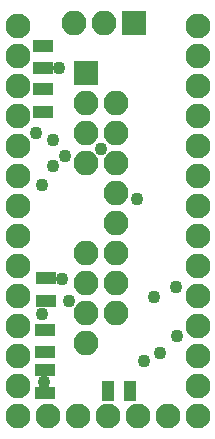
<source format=gbs>
G04 #@! TF.FileFunction,Soldermask,Bot*
%FSLAX46Y46*%
G04 Gerber Fmt 4.6, Leading zero omitted, Abs format (unit mm)*
G04 Created by KiCad (PCBNEW 4.0.6) date 04/01/17 00:44:48*
%MOMM*%
%LPD*%
G01*
G04 APERTURE LIST*
%ADD10C,0.100000*%
%ADD11R,2.100000X2.100000*%
%ADD12O,2.100000X2.100000*%
%ADD13R,1.700000X1.100000*%
%ADD14R,1.100000X1.700000*%
%ADD15C,2.101800*%
%ADD16C,1.085800*%
G04 APERTURE END LIST*
D10*
D11*
X65875000Y-31775000D03*
D12*
X63335000Y-31775000D03*
X60795000Y-31775000D03*
D13*
X58150000Y-37375000D03*
X58150000Y-39275000D03*
X58375000Y-59650000D03*
X58375000Y-57750000D03*
D14*
X63650000Y-62950000D03*
X65550000Y-62950000D03*
D13*
X58450000Y-53400000D03*
X58450000Y-55300000D03*
X58375000Y-61175000D03*
X58375000Y-63075000D03*
X58150000Y-35575000D03*
X58150000Y-33675000D03*
D15*
X56020001Y-34575000D03*
X56020001Y-37115000D03*
X56020001Y-39655000D03*
X56020001Y-42195000D03*
X56020001Y-44735000D03*
X56020001Y-47275000D03*
X56020001Y-49815000D03*
X56020001Y-52355000D03*
X56020001Y-54895000D03*
X56020001Y-57435000D03*
X56020001Y-59975000D03*
X56020001Y-62515000D03*
X56020001Y-65055000D03*
X71260001Y-65055000D03*
X71260001Y-62515000D03*
X71260001Y-59975000D03*
X71260001Y-57435000D03*
X71260001Y-54895000D03*
X71260001Y-52355000D03*
X71260001Y-49815000D03*
X71260001Y-47275000D03*
X71260001Y-44735000D03*
X71260001Y-42195000D03*
X71260001Y-39655000D03*
X71260001Y-37115000D03*
X71260001Y-34575000D03*
X71260001Y-32035000D03*
X56020001Y-32035000D03*
X58560001Y-65055000D03*
X61100001Y-65055000D03*
X63640001Y-65055000D03*
X66180001Y-65055000D03*
X68720001Y-65055000D03*
D11*
X61800000Y-36025000D03*
D12*
X61800000Y-38565000D03*
X64340000Y-38565000D03*
X61800000Y-41105000D03*
X64340000Y-41105000D03*
X61800000Y-43645000D03*
X64340000Y-43645000D03*
X64340000Y-46185000D03*
X64340000Y-48725000D03*
X61800000Y-51265000D03*
X64340000Y-51265000D03*
X61800000Y-53805000D03*
X64340000Y-53805000D03*
X61800000Y-56345000D03*
X64340000Y-56345000D03*
X61800000Y-58885000D03*
D16*
X60400000Y-55300000D03*
X60050000Y-43050000D03*
X57600000Y-41050000D03*
X58050000Y-45500000D03*
X58100000Y-56450000D03*
X59750000Y-53450000D03*
X59000000Y-41650000D03*
X59050000Y-43900000D03*
X58300000Y-62150000D03*
X59550000Y-35600000D03*
X66700000Y-60400000D03*
X66150000Y-46700000D03*
X63050000Y-42400000D03*
X68050000Y-59750000D03*
X67550000Y-54950000D03*
X69500000Y-58300000D03*
X69400000Y-54100000D03*
M02*

</source>
